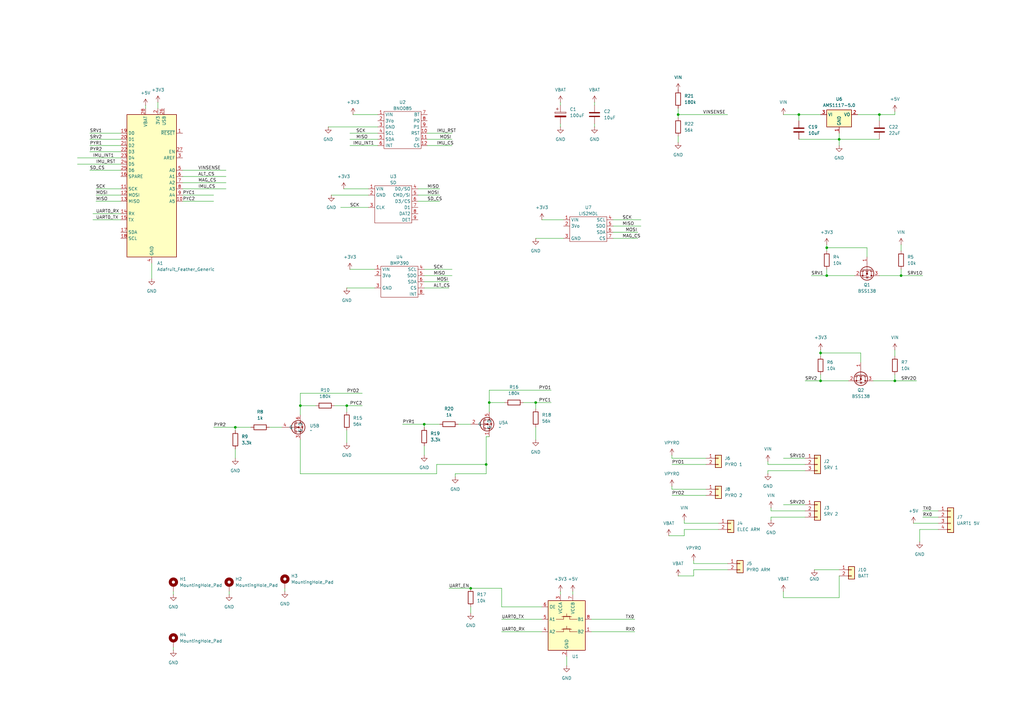
<source format=kicad_sch>
(kicad_sch (version 20250114) (generator "eeschema") (generator_version "9.0")
  (paper "A3")
  (lib_symbols
    (symbol "AdafruitBreakouts:BMP390_Breakout"
      (property "Reference" "U" (at 0 0 0))
      (symbol "BMP390_Breakout_1_1"
        (pin input line (at -10.16 3.81 0) (length 2.54) (name "VIN") (number "1"))
        (pin input line (at -10.16 1.27 0) (length 2.54) (name "3Vo") (number "2"))
        (pin input line (at -10.16 -3.81 0) (length 2.54) (name "GND") (number "3"))
        (pin input line (at 10.16 3.81 180) (length 2.54) (name "SCL") (number "4"))
        (pin input line (at 10.16 1.27 180) (length 2.54) (name "SDO") (number "5"))
        (pin input line (at 10.16 -1.27 180) (length 2.54) (name "SDA") (number "6"))
        (pin input line (at 10.16 -3.81 180) (length 2.54) (name "CS") (number "7"))
        (pin input line (at 10.16 -6.35 180) (length 2.54) (name "INT") (number "8"))
      )
    )
    (symbol "AdafruitBreakouts:BNO085_Breakout"
      (property "Reference" "U" (at 0 0 0))
      (symbol "BNO085_Breakout_1_1"
        (pin input line (at -10.16 5.08 0) (length 2.54) (name "VIN") (number "1"))
        (pin input line (at -10.16 2.54 0) (length 2.54) (name "3Vo") (number "2"))
        (pin input line (at -10.16 0 0) (length 2.54) (name "GND") (number "3"))
        (pin input line (at -10.16 -2.54 0) (length 2.54) (name "SCL") (number "4"))
        (pin input line (at -10.16 -5.08 0) (length 2.54) (name "SDA") (number "5"))
        (pin input line (at -10.16 -7.62 0) (length 2.54) (name "INT") (number "6"))
        (pin input line (at 10.16 5.08 180) (length 2.54) (name "BT") (number "7"))
        (pin input line (at 10.16 2.54 180) (length 2.54) (name "P0") (number "8"))
        (pin input line (at 10.16 0 180) (length 2.54) (name "P1") (number "9"))
        (pin input line (at 10.16 -2.54 180) (length 2.54) (name "RST") (number "10"))
        (pin input line (at 10.16 -5.08 180) (length 2.54) (name "DI") (number "11"))
        (pin input line (at 10.16 -7.62 180) (length 2.54) (name "CS") (number "12"))
      )
    )
    (symbol "AdafruitBreakouts:LIS2MDL_Breakout"
      (property "Reference" "U" (at 0 0 0))
      (symbol "LIS2MDL_Breakout_1_1"
        (pin input line (at -10.16 3.81 0) (length 2.54) (name "VIN") (number "1"))
        (pin input line (at -10.16 1.27 0) (length 2.54) (name "3Vo") (number "2"))
        (pin input line (at -10.16 -3.81 0) (length 2.54) (name "GND") (number "3"))
        (pin input line (at 10.16 3.81 180) (length 2.54) (name "SCL") (number "4"))
        (pin input line (at 10.16 1.27 180) (length 2.54) (name "SDO") (number "5"))
        (pin input line (at 10.16 -1.27 180) (length 2.54) (name "SDA") (number "6"))
        (pin input line (at 10.16 -3.81 180) (length 2.54) (name "CS") (number "7"))
      )
    )
    (symbol "AdafruitBreakouts:SD_Breakout"
      (property "Reference" "U" (at 0 0 0))
      (symbol "SD_Breakout_1_1"
        (pin input line (at -10.16 5.08 0) (length 2.54) (name "VIN") (number "1"))
        (pin input line (at -10.16 2.54 0) (length 2.54) (name "GND") (number "2"))
        (pin input line (at -10.16 -2.54 0) (length 2.54) (name "CLK") (number "3"))
        (pin input line (at 10.16 5.08 180) (length 2.54) (name "D0/SO") (number "4"))
        (pin input line (at 10.16 2.54 180) (length 2.54) (name "CMD/SI") (number "5"))
        (pin input line (at 10.16 0 180) (length 2.54) (name "D3/CS") (number "6"))
        (pin input line (at 10.16 -2.54 180) (length 2.54) (name "D1") (number "7"))
        (pin input line (at 10.16 -5.08 180) (length 2.54) (name "DAT2") (number "8"))
        (pin input line (at 10.16 -7.62 180) (length 2.54) (name "DET") (number "9"))
      )
    )
    (symbol "Connector_Generic:Conn_01x02" (pin_names (offset 1.016) (hide yes))
      (property "Reference" "J" (at 0 2.54 0))
      (property "Value" "Conn_01x02" (at 0 -5.08 0))
      (symbol "Conn_01x02_1_1"
        (pin passive line (at -5.08 0 0) (length 3.81) (name "Pin_1") (number "1"))
        (pin passive line (at -5.08 -2.54 0) (length 3.81) (name "Pin_2") (number "2"))
      )
    )
    (symbol "Connector_Generic:Conn_01x03" (pin_names (offset 1.016) (hide yes))
      (property "Reference" "J" (at 0 5.08 0))
      (property "Value" "Conn_01x03" (at 0 -5.08 0))
      (symbol "Conn_01x03_1_1"
        (pin passive line (at -5.08 2.54 0) (length 3.81) (name "Pin_1") (number "1"))
        (pin passive line (at -5.08 0 0) (length 3.81) (name "Pin_2") (number "2"))
        (pin passive line (at -5.08 -2.54 0) (length 3.81) (name "Pin_3") (number "3"))
      )
    )
    (symbol "Connector_Generic:Conn_01x04" (pin_names (offset 1.016) (hide yes))
      (property "Reference" "J" (at 0 5.08 0))
      (property "Value" "Conn_01x04" (at 0 -7.62 0))
      (symbol "Conn_01x04_1_1"
        (pin passive line (at -5.08 2.54 0) (length 3.81) (name "Pin_1") (number "1"))
        (pin passive line (at -5.08 0 0) (length 3.81) (name "Pin_2") (number "2"))
        (pin passive line (at -5.08 -2.54 0) (length 3.81) (name "Pin_3") (number "3"))
        (pin passive line (at -5.08 -5.08 0) (length 3.81) (name "Pin_4") (number "4"))
      )
    )
    (symbol "Device:C" (pin_numbers (hide yes)) (pin_names (offset 0.254))
      (property "Reference" "C" (at 0.635 2.54 0))
      (property "Value" "C" (at 0.635 -2.54 0))
      (symbol "C_1_1"
        (pin passive line (at 0 3.81 270) (length 2.794) (name "~") (number "1"))
        (pin passive line (at 0 -3.81 90) (length 2.794) (name "~") (number "2"))
      )
    )
    (symbol "Device:C_Polarized" (pin_numbers (hide yes)) (pin_names (offset 0.254))
      (property "Reference" "C" (at 0.635 2.54 0))
      (property "Value" "C_Polarized" (at 0.635 -2.54 0))
      (symbol "C_Polarized_1_1"
        (pin passive line (at 0 3.81 270) (length 2.794) (name "~") (number "1"))
        (pin passive line (at 0 -3.81 90) (length 2.794) (name "~") (number "2"))
      )
    )
    (symbol "Device:R" (pin_numbers (hide yes)) (pin_names (offset 0))
      (property "Reference" "R" (at 2.032 0 90))
      (property "Value" "R" (at 0 0 90))
      (symbol "R_1_1"
        (pin passive line (at 0 3.81 270) (length 1.27) (name "~") (number "1"))
        (pin passive line (at 0 -3.81 90) (length 1.27) (name "~") (number "2"))
      )
    )
    (symbol "FCU2025:SI7232DN"
      (property "Reference" "U" (at -5.334 -2.54 0))
      (symbol "SI7232DN_1_1"
        (pin passive line (at -7.62 0 0) (length 2.54) (name "G") (number "2"))
        (pin passive line (at 0 5.08 270) (length 2.54) (name "D") (number "5"))
        (pin passive line (at 0 -5.08 90) (length 2.54) (name "S") (number "1"))
      )
      (symbol "SI7232DN_2_1"
        (pin passive line (at -7.62 0 0) (length 2.54) (name "G") (number "4"))
        (pin passive line (at 0 5.08 270) (length 2.54) (name "D") (number "6"))
        (pin passive line (at 0 -5.08 90) (length 2.54) (name "S") (number "3"))
      )
    )
    (symbol "Logic_LevelTranslator:TXS0102DCT"
      (property "Reference" "U" (at -6.35 11.43 0))
      (property "Value" "TXS0102DCT" (at 3.81 11.43 0))
      (symbol "TXS0102DCT_1_1"
        (pin input line (at -10.16 7.62 0) (length 2.54) (name "OE") (number "6"))
        (pin bidirectional line (at -10.16 2.54 0) (length 2.54) (name "A1") (number "5"))
        (pin bidirectional line (at -10.16 -2.54 0) (length 2.54) (name "A2") (number "4"))
        (pin power_in line (at -2.54 12.7 270) (length 2.54) (name "VCCA") (number "3"))
        (pin power_in line (at 0 -12.7 90) (length 2.54) (name "GND") (number "2"))
        (pin power_in line (at 2.54 12.7 270) (length 2.54) (name "VCCB") (number "7"))
        (pin bidirectional line (at 10.16 2.54 180) (length 2.54) (name "B1") (number "8"))
        (pin bidirectional line (at 10.16 -2.54 180) (length 2.54) (name "B2") (number "1"))
      )
    )
    (symbol "MCU_Module:Adafruit_Feather_Generic"
      (property "Reference" "A" (at -10.16 29.21 0))
      (property "Value" "Adafruit_Feather_Generic" (at 2.54 -31.75 0))
      (symbol "Adafruit_Feather_Generic_1_1"
        (pin bidirectional line (at -12.7 20.32 0) (length 2.54) (name "D0") (number "19"))
        (pin bidirectional line (at -12.7 17.78 0) (length 2.54) (name "D1") (number "20"))
        (pin bidirectional line (at -12.7 15.24 0) (length 2.54) (name "D2") (number "21"))
        (pin bidirectional line (at -12.7 12.7 0) (length 2.54) (name "D3") (number "22"))
        (pin bidirectional line (at -12.7 10.16 0) (length 2.54) (name "D4") (number "23"))
        (pin bidirectional line (at -12.7 7.62 0) (length 2.54) (name "D5") (number "24"))
        (pin bidirectional line (at -12.7 5.08 0) (length 2.54) (name "D6") (number "25"))
        (pin bidirectional line (at -12.7 2.54 0) (length 2.54) (name "SPARE") (number "16"))
        (pin bidirectional line (at -12.7 -2.54 0) (length 2.54) (name "SCK") (number "11"))
        (pin bidirectional line (at -12.7 -5.08 0) (length 2.54) (name "MOSI") (number "12"))
        (pin bidirectional line (at -12.7 -7.62 0) (length 2.54) (name "MISO") (number "13"))
        (pin bidirectional line (at -12.7 -12.7 0) (length 2.54) (name "RX") (number "14"))
        (pin bidirectional line (at -12.7 -15.24 0) (length 2.54) (name "TX") (number "15"))
        (pin bidirectional line (at -12.7 -20.32 0) (length 2.54) (name "SDA") (number "17"))
        (pin bidirectional line (at -12.7 -22.86 0) (length 2.54) (name "SCL") (number "18"))
        (pin power_in line (at -2.54 30.48 270) (length 2.54) (name "VBAT") (number "28"))
        (pin power_in line (at 0 -33.02 90) (length 2.54) (name "GND") (number "4"))
        (pin power_in line (at 2.54 30.48 270) (length 2.54) (name "3V3") (number "2"))
        (pin power_in line (at 5.08 30.48 270) (length 2.54) (name "USB") (number "26"))
        (pin input line (at 12.7 20.32 180) (length 2.54) (name "~{RESET}") (number "1"))
        (pin input line (at 12.7 12.7 180) (length 2.54) (name "EN") (number "27"))
        (pin input line (at 12.7 10.16 180) (length 2.54) (name "AREF") (number "3"))
        (pin bidirectional line (at 12.7 5.08 180) (length 2.54) (name "A0") (number "5"))
        (pin bidirectional line (at 12.7 2.54 180) (length 2.54) (name "A1") (number "6"))
        (pin bidirectional line (at 12.7 0 180) (length 2.54) (name "A2") (number "7"))
        (pin bidirectional line (at 12.7 -2.54 180) (length 2.54) (name "A3") (number "8"))
        (pin bidirectional line (at 12.7 -5.08 180) (length 2.54) (name "A4") (number "9"))
        (pin bidirectional line (at 12.7 -7.62 180) (length 2.54) (name "A5") (number "10"))
      )
    )
    (symbol "Mechanical:MountingHole_Pad" (pin_numbers (hide yes)) (pin_names (offset 1.016) (hide yes)) (exclude_from_sim yes) (in_bom no)
      (property "Reference" "H" (at 0 6.35 0))
      (property "Value" "MountingHole_Pad" (at 0 4.445 0))
      (symbol "MountingHole_Pad_1_1"
        (pin input line (at 0 -2.54 90) (length 2.54) (name "1") (number "1"))
      )
    )
    (symbol "Regulator_Linear:AMS1117-5.0"
      (property "Reference" "U" (at -3.81 3.175 0))
      (property "Value" "AMS1117-5.0" (at 0 3.175 0))
      (symbol "AMS1117-5.0_1_1"
        (pin power_in line (at -7.62 0 0) (length 2.54) (name "VI") (number "3"))
        (pin power_in line (at 0 -7.62 90) (length 2.54) (name "GND") (number "1"))
        (pin power_out line (at 7.62 0 180) (length 2.54) (name "VO") (number "2"))
      )
    )
    (symbol "Transistor_FET:BSS138" (pin_names (hide yes))
      (property "Reference" "Q" (at 5.08 1.905 0))
      (property "Value" "BSS138" (at 5.08 0 0))
      (symbol "BSS138_1_1"
        (pin input line (at -5.08 0 0) (length 2.54) (name "G") (number "1"))
        (pin passive line (at 2.54 5.08 270) (length 2.54) (name "D") (number "3"))
        (pin passive line (at 2.54 -5.08 90) (length 2.54) (name "S") (number "2"))
      )
    )
    (symbol "power:+3V3" (power) (pin_numbers (hide yes)) (pin_names (offset 0) (hide yes))
      (property "Value" "+3V3" (at 0 3.556 0))
      (symbol "+3V3_1_1"
        (pin power_in line (at 0 0 90) (length 0) (name "~") (number "1"))
      )
    )
    (symbol "power:+5V" (power) (pin_numbers (hide yes)) (pin_names (offset 0) (hide yes))
      (property "Value" "+5V" (at 0 3.556 0))
      (symbol "+5V_1_1"
        (pin power_in line (at 0 0 90) (length 0) (name "~") (number "1"))
      )
    )
    (symbol "power:GND" (power) (pin_numbers (hide yes)) (pin_names (offset 0) (hide yes))
      (property "Value" "GND" (at 0 -3.81 0))
      (symbol "GND_1_1"
        (pin power_in line (at 0 0 270) (length 0) (name "~") (number "1"))
      )
    )
    (symbol "power:VCC" (power) (pin_numbers (hide yes)) (pin_names (offset 0) (hide yes))
      (property "Value" "VCC" (at 0 3.556 0))
      (symbol "VCC_1_1"
        (pin power_in line (at 0 0 90) (length 0) (name "~") (number "1"))
      )
    )
  )
  (junction (at 200.66 165.1))
  (junction (at 123.19 166.37))
  (junction (at 339.09 113.03))
  (junction (at 96.52 175.26))
  (junction (at 278.13 46.99))
  (junction (at 142.24 166.37))
  (junction (at 369.57 113.03))
  (junction (at 173.99 173.99))
  (junction (at 193.04 241.3))
  (junction (at 344.17 57.15))
  (junction (at 336.55 144.78))
  (junction (at 219.71 165.1))
  (junction (at 327.66 46.99))
  (junction (at 360.68 46.99))
  (junction (at 199.39 190.5))
  (junction (at 339.09 101.6))
  (junction (at 367.03 156.21))
  (junction (at 336.55 156.21))
  (wire (pts (xy 173.99 118.11) (xy 184.15 118.11)))
  (wire (pts (xy 316.23 209.55) (xy 316.23 208.28)))
  (wire (pts (xy 71.12 242.57) (xy 71.12 243.84)))
  (wire (pts (xy 142.24 166.37) (xy 148.59 166.37)))
  (wire (pts (xy 140.97 77.47) (xy 151.13 77.47)))
  (wire (pts (xy 199.39 190.5) (xy 199.39 179.07)))
  (wire (pts (xy 59.69 43.18) (xy 59.69 44.45)))
  (wire (pts (xy 96.52 184.15) (xy 96.52 187.96)))
  (wire (pts (xy 274.32 219.71) (xy 280.67 219.71)))
  (wire (pts (xy 36.83 57.15) (xy 49.53 57.15)))
  (wire (pts (xy 123.19 194.31) (xy 179.07 194.31)))
  (wire (pts (xy 199.39 190.5) (xy 199.39 194.31)))
  (wire (pts (xy 184.15 241.3) (xy 193.04 241.3)))
  (wire (pts (xy 36.83 69.85) (xy 49.53 69.85)))
  (wire (pts (xy 142.24 118.11) (xy 153.67 118.11)))
  (wire (pts (xy 137.16 166.37) (xy 142.24 166.37)))
  (wire (pts (xy 369.57 113.03) (xy 378.46 113.03)))
  (wire (pts (xy 358.14 156.21) (xy 367.03 156.21)))
  (wire (pts (xy 330.2 209.55) (xy 316.23 209.55)))
  (wire (pts (xy 123.19 170.18) (xy 123.19 166.37)))
  (wire (pts (xy 175.26 57.15) (xy 185.42 57.15)))
  (wire (pts (xy 336.55 156.21) (xy 347.98 156.21)))
  (wire (pts (xy 175.26 59.69) (xy 185.42 59.69)))
  (wire (pts (xy 367.03 45.72) (xy 367.03 46.99)))
  (wire (pts (xy 110.49 175.26) (xy 115.57 175.26)))
  (wire (pts (xy 143.51 54.61) (xy 154.94 54.61)))
  (wire (pts (xy 367.03 153.67) (xy 367.03 156.21)))
  (wire (pts (xy 298.45 233.68) (xy 284.48 233.68)))
  (wire (pts (xy 219.71 175.26) (xy 219.71 180.34)))
  (wire (pts (xy 294.64 214.63) (xy 280.67 214.63)))
  (wire (pts (xy 39.37 82.55) (xy 49.53 82.55)))
  (wire (pts (xy 93.98 242.57) (xy 93.98 243.84)))
  (wire (pts (xy 332.74 113.03) (xy 339.09 113.03)))
  (wire (pts (xy 336.55 143.51) (xy 336.55 144.78)))
  (wire (pts (xy 36.83 62.23) (xy 49.53 62.23)))
  (wire (pts (xy 353.06 144.78) (xy 353.06 148.59)))
  (wire (pts (xy 327.66 57.15) (xy 344.17 57.15)))
  (wire (pts (xy 360.68 113.03) (xy 369.57 113.03)))
  (wire (pts (xy 344.17 57.15) (xy 360.68 57.15)))
  (wire (pts (xy 321.31 187.96) (xy 330.2 187.96)))
  (wire (pts (xy 367.03 156.21) (xy 375.92 156.21)))
  (wire (pts (xy 165.1 173.99) (xy 173.99 173.99)))
  (wire (pts (xy 229.87 41.91) (xy 229.87 43.18)))
  (wire (pts (xy 284.48 233.68) (xy 284.48 236.22)))
  (wire (pts (xy 251.46 97.79) (xy 261.62 97.79)))
  (wire (pts (xy 330.2 156.21) (xy 336.55 156.21)))
  (wire (pts (xy 314.96 193.04) (xy 330.2 193.04)))
  (wire (pts (xy 31.75 64.77) (xy 49.53 64.77)))
  (wire (pts (xy 251.46 90.17) (xy 262.89 90.17)))
  (wire (pts (xy 39.37 80.01) (xy 49.53 80.01)))
  (wire (pts (xy 275.59 199.39) (xy 275.59 200.66)))
  (wire (pts (xy 344.17 54.61) (xy 344.17 57.15)))
  (wire (pts (xy 336.55 144.78) (xy 336.55 146.05)))
  (wire (pts (xy 214.63 165.1) (xy 219.71 165.1)))
  (wire (pts (xy 173.99 173.99) (xy 180.34 173.99)))
  (wire (pts (xy 243.84 50.8) (xy 243.84 52.07)))
  (wire (pts (xy 200.66 160.02) (xy 226.06 160.02)))
  (wire (pts (xy 294.64 217.17) (xy 280.67 217.17)))
  (wire (pts (xy 232.41 269.24) (xy 232.41 273.05)))
  (wire (pts (xy 374.65 214.63) (xy 384.81 214.63)))
  (wire (pts (xy 74.93 77.47) (xy 92.71 77.47)))
  (wire (pts (xy 360.68 46.99) (xy 351.79 46.99)))
  (wire (pts (xy 205.74 248.92) (xy 205.74 241.3)))
  (wire (pts (xy 143.51 110.49) (xy 153.67 110.49)))
  (wire (pts (xy 284.48 229.87) (xy 284.48 231.14)))
  (wire (pts (xy 123.19 161.29) (xy 148.59 161.29)))
  (wire (pts (xy 377.19 217.17) (xy 377.19 222.25)))
  (wire (pts (xy 74.93 69.85) (xy 92.71 69.85)))
  (wire (pts (xy 355.6 101.6) (xy 355.6 105.41)))
  (wire (pts (xy 314.96 193.04) (xy 314.96 194.31)))
  (wire (pts (xy 316.23 212.09) (xy 316.23 213.36)))
  (wire (pts (xy 143.51 57.15) (xy 154.94 57.15)))
  (wire (pts (xy 171.45 77.47) (xy 180.34 77.47)))
  (wire (pts (xy 175.26 54.61) (xy 185.42 54.61)))
  (wire (pts (xy 327.66 46.99) (xy 321.31 46.99)))
  (wire (pts (xy 367.03 143.51) (xy 367.03 146.05)))
  (wire (pts (xy 339.09 110.49) (xy 339.09 113.03)))
  (wire (pts (xy 339.09 101.6) (xy 339.09 102.87)))
  (wire (pts (xy 278.13 46.99) (xy 298.45 46.99)))
  (wire (pts (xy 142.24 176.53) (xy 142.24 181.61)))
  (wire (pts (xy 186.69 194.31) (xy 199.39 194.31)))
  (wire (pts (xy 367.03 46.99) (xy 360.68 46.99)))
  (wire (pts (xy 200.66 165.1) (xy 200.66 168.91)))
  (wire (pts (xy 344.17 236.22) (xy 344.17 245.11)))
  (wire (pts (xy 31.75 67.31) (xy 49.53 67.31)))
  (wire (pts (xy 123.19 166.37) (xy 129.54 166.37)))
  (wire (pts (xy 173.99 115.57) (xy 184.15 115.57)))
  (wire (pts (xy 234.95 242.57) (xy 234.95 243.84)))
  (wire (pts (xy 321.31 245.11) (xy 344.17 245.11)))
  (wire (pts (xy 74.93 82.55) (xy 87.63 82.55)))
  (wire (pts (xy 321.31 242.57) (xy 321.31 245.11)))
  (wire (pts (xy 207.01 165.1) (xy 200.66 165.1)))
  (wire (pts (xy 339.09 100.33) (xy 339.09 101.6)))
  (wire (pts (xy 314.96 190.5) (xy 330.2 190.5)))
  (wire (pts (xy 173.99 110.49) (xy 185.42 110.49)))
  (wire (pts (xy 242.57 254) (xy 260.35 254)))
  (wire (pts (xy 327.66 46.99) (xy 327.66 49.53)))
  (wire (pts (xy 87.63 175.26) (xy 96.52 175.26)))
  (wire (pts (xy 243.84 41.91) (xy 243.84 43.18)))
  (wire (pts (xy 200.66 160.02) (xy 200.66 165.1)))
  (wire (pts (xy 339.09 101.6) (xy 355.6 101.6)))
  (wire (pts (xy 369.57 100.33) (xy 369.57 102.87)))
  (wire (pts (xy 116.84 241.3) (xy 116.84 242.57)))
  (wire (pts (xy 74.93 72.39) (xy 92.71 72.39)))
  (wire (pts (xy 205.74 259.08) (xy 222.25 259.08)))
  (wire (pts (xy 298.45 231.14) (xy 284.48 231.14)))
  (wire (pts (xy 251.46 95.25) (xy 261.62 95.25)))
  (wire (pts (xy 38.1 87.63) (xy 49.53 87.63)))
  (wire (pts (xy 219.71 97.79) (xy 231.14 97.79)))
  (wire (pts (xy 222.25 90.17) (xy 231.14 90.17)))
  (wire (pts (xy 275.59 203.2) (xy 289.56 203.2)))
  (wire (pts (xy 280.67 217.17) (xy 280.67 219.71)))
  (wire (pts (xy 316.23 212.09) (xy 330.2 212.09)))
  (wire (pts (xy 171.45 82.55) (xy 180.34 82.55)))
  (wire (pts (xy 186.69 194.31) (xy 186.69 195.58)))
  (wire (pts (xy 96.52 175.26) (xy 102.87 175.26)))
  (wire (pts (xy 199.39 179.07) (xy 200.66 179.07)))
  (wire (pts (xy 39.37 77.47) (xy 49.53 77.47)))
  (wire (pts (xy 36.83 59.69) (xy 49.53 59.69)))
  (wire (pts (xy 280.67 213.36) (xy 280.67 214.63)))
  (wire (pts (xy 219.71 165.1) (xy 226.06 165.1)))
  (wire (pts (xy 96.52 175.26) (xy 96.52 176.53)))
  (wire (pts (xy 336.55 144.78) (xy 353.06 144.78)))
  (wire (pts (xy 179.07 194.31) (xy 179.07 190.5)))
  (wire (pts (xy 369.57 110.49) (xy 369.57 113.03)))
  (wire (pts (xy 143.51 59.69) (xy 154.94 59.69)))
  (wire (pts (xy 173.99 173.99) (xy 173.99 175.26)))
  (wire (pts (xy 321.31 207.01) (xy 330.2 207.01)))
  (wire (pts (xy 229.87 50.8) (xy 229.87 52.07)))
  (wire (pts (xy 64.77 41.91) (xy 64.77 44.45)))
  (wire (pts (xy 205.74 254) (xy 222.25 254)))
  (wire (pts (xy 62.23 107.95) (xy 62.23 114.3)))
  (wire (pts (xy 275.59 186.69) (xy 275.59 187.96)))
  (wire (pts (xy 74.93 74.93) (xy 92.71 74.93)))
  (wire (pts (xy 314.96 189.23) (xy 314.96 190.5)))
  (wire (pts (xy 336.55 153.67) (xy 336.55 156.21)))
  (wire (pts (xy 219.71 165.1) (xy 219.71 167.64)))
  (wire (pts (xy 360.68 46.99) (xy 360.68 49.53)))
  (wire (pts (xy 334.01 233.68) (xy 344.17 233.68)))
  (wire (pts (xy 193.04 248.92) (xy 193.04 251.46)))
  (wire (pts (xy 278.13 58.42) (xy 278.13 55.88)))
  (wire (pts (xy 139.7 85.09) (xy 151.13 85.09)))
  (wire (pts (xy 187.96 173.99) (xy 193.04 173.99)))
  (wire (pts (xy 229.87 242.57) (xy 229.87 243.84)))
  (wire (pts (xy 242.57 259.08) (xy 260.35 259.08)))
  (wire (pts (xy 123.19 166.37) (xy 123.19 161.29)))
  (wire (pts (xy 344.17 59.69) (xy 344.17 57.15)))
  (wire (pts (xy 71.12 265.43) (xy 71.12 266.7)))
  (wire (pts (xy 38.1 90.17) (xy 49.53 90.17)))
  (wire (pts (xy 378.46 212.09) (xy 384.81 212.09)))
  (wire (pts (xy 171.45 80.01) (xy 180.34 80.01)))
  (wire (pts (xy 378.46 209.55) (xy 384.81 209.55)))
  (wire (pts (xy 251.46 92.71) (xy 262.89 92.71)))
  (wire (pts (xy 74.93 80.01) (xy 87.63 80.01)))
  (wire (pts (xy 278.13 236.22) (xy 284.48 236.22)))
  (wire (pts (xy 222.25 248.92) (xy 205.74 248.92)))
  (wire (pts (xy 173.99 182.88) (xy 173.99 186.69)))
  (wire (pts (xy 144.78 46.99) (xy 154.94 46.99)))
  (wire (pts (xy 193.04 241.3) (xy 205.74 241.3)))
  (wire (pts (xy 123.19 180.34) (xy 123.19 194.31)))
  (wire (pts (xy 134.62 52.07) (xy 154.94 52.07)))
  (wire (pts (xy 36.83 54.61) (xy 49.53 54.61)))
  (wire (pts (xy 135.89 80.01) (xy 151.13 80.01)))
  (wire (pts (xy 289.56 187.96) (xy 275.59 187.96)))
  (wire (pts (xy 339.09 113.03) (xy 350.52 113.03)))
  (wire (pts (xy 336.55 46.99) (xy 327.66 46.99)))
  (wire (pts (xy 173.99 113.03) (xy 185.42 113.03)))
  (wire (pts (xy 289.56 200.66) (xy 275.59 200.66)))
  (wire (pts (xy 275.59 190.5) (xy 289.56 190.5)))
  (wire (pts (xy 179.07 190.5) (xy 199.39 190.5)))
  (wire (pts (xy 278.13 44.45) (xy 278.13 46.99)))
  (wire (pts (xy 278.13 46.99) (xy 278.13 48.26)))
  (wire (pts (xy 142.24 166.37) (xy 142.24 168.91)))
  (wire (pts (xy 377.19 217.17) (xy 384.81 217.17)))
  (label "SRV1O" (at 372.11 113.03 0))
  (label "RX0" (at 256.54 259.08 0))
  (label "IMU_CS" (at 81.28 77.47 0))
  (label "PYC1" (at 220.98 165.1 0))
  (label "MAG_CS" (at 81.28 74.93 0))
  (label "SRV1" (at 332.74 113.03 0))
  (label "MISO" (at 175.26 77.47 0))
  (label "SRV1O" (at 323.85 187.96 0))
  (label "PYC2" (at 74.93 82.55 0))
  (label "PYO1" (at 275.59 190.5 0))
  (label "PYO2" (at 142.24 161.29 0))
  (label "ALT_CS" (at 177.8 118.11 0))
  (label "SD_CS" (at 36.83 69.85 0))
  (label "PYR2" (at 36.83 62.23 0))
  (label "MOSI" (at 256.54 95.25 0))
  (label "TX0" (at 378.46 209.55 0))
  (label "MAG_CS" (at 255.27 97.79 0))
  (label "IMU_RST" (at 39.37 67.31 0))
  (label "UART_EN" (at 184.15 241.3 0))
  (label "UART0_RX" (at 205.74 259.08 0))
  (label "MISO" (at 146.05 57.15 0))
  (label "SCK" (at 177.8 110.49 0))
  (label "SRV2" (at 330.2 156.21 0))
  (label "RX0" (at 378.46 212.09 0))
  (label "PYR1" (at 36.83 59.69 0))
  (label "SCK" (at 39.37 77.47 0))
  (label "IMU_CS" (at 179.07 59.69 0))
  (label "MOSI" (at 179.07 115.57 0))
  (label "PYO2" (at 275.59 203.2 0))
  (label "TX0" (at 256.54 254 0))
  (label "IMU_INT1" (at 38.1 64.77 0))
  (label "PYC2" (at 143.51 166.37 0))
  (label "PYR1" (at 165.1 173.99 0))
  (label "PYC1" (at 74.93 80.01 0))
  (label "VINSENSE" (at 288.29 46.99 0))
  (label "PYO1" (at 220.98 160.02 0))
  (label "SRV2" (at 36.83 57.15 0))
  (label "SCK" (at 255.27 90.17 0))
  (label "IMU_INT1" (at 144.78 59.69 0))
  (label "UART0_RX" (at 39.37 87.63 0))
  (label "SRV2O" (at 369.57 156.21 0))
  (label "UART0_TX" (at 39.37 90.17 0))
  (label "SCK" (at 146.05 54.61 0))
  (label "SD_CS" (at 175.26 82.55 0))
  (label "VINSENSE" (at 81.28 69.85 0))
  (label "SCK" (at 143.51 85.09 0))
  (label "SRV1" (at 36.83 54.61 0))
  (label "ALT_CS" (at 81.28 72.39 0))
  (label "SRV2O" (at 323.85 207.01 0))
  (label "PYR2" (at 87.63 175.26 0))
  (label "MISO" (at 39.37 82.55 0))
  (label "MOSI" (at 175.26 80.01 0))
  (label "MISO" (at 177.8 113.03 0))
  (label "MOSI" (at 39.37 80.01 0))
  (label "IMU_RST" (at 179.07 54.61 0))
  (label "MISO" (at 255.27 92.71 0))
  (label "MOSI" (at 180.34 57.15 0))
  (label "UART0_TX" (at 205.74 254 0))
  (symbol (lib_id "power:GND") (at 116.84 242.57 0) (unit 1)
    (property "Reference" "#PWR027" (effects (hide yes)))
    (property "Value" "GND" (at 116.84 247.65 0))
    (property "Description" "Power symbol creates a global label with name \"GND\" , ground" (effects (hide yes)))
  )
  (symbol (lib_id "power:GND") (at 135.89 80.01 0) (unit 1)
    (property "Reference" "#PWR034" (effects (hide yes)))
    (property "Value" "GND" (at 135.89 85.09 0))
    (property "Description" "Power symbol creates a global label with name \"GND\" , ground" (effects (hide yes)))
  )
  (symbol (lib_id "Device:R") (at 336.55 149.86 180) (unit 1)
    (property "Reference" "R6" (at 339.09 148.5899 0) (effects (justify right)))
    (property "Value" "10k" (at 339.09 151.1299 0) (effects (justify right)))
    (property "Footprint" "Resistor_SMD:R_0402_1005Metric" (effects (hide yes)))
    (property "Description" "Resistor" (effects (hide yes)))
  )
  (symbol (lib_id "FCU2025:SI7232DN") (at 123.19 175.26 0) (unit 2)
    (property "Reference" "U5" (at 127 174.6249 0) (effects (justify left)))
    (property "Value" "~" (at 127 176.53 0) (effects (justify left)))
    (property "Footprint" "FCU2025Lib:SQJ500AEP-T1_GE3_VIS" (effects (hide yes)))
  )
  (symbol (lib_id "power:+3V3") (at 336.55 143.51 0) (unit 1)
    (property "Reference" "#PWR01" (effects (hide yes)))
    (property "Value" "+3V3" (at 336.55 138.43 0))
    (property "Description" "Power symbol creates a global label with name \"+3V3\"" (effects (hide yes)))
  )
  (symbol (lib_id "power:VCC") (at 275.59 199.39 0) (unit 1)
    (property "Reference" "#PWR08" (effects (hide yes)))
    (property "Value" "VPYRO" (at 275.59 194.31 0))
    (property "Description" "Power symbol creates a global label with name \"VCC\"" (effects (hide yes)))
  )
  (symbol (lib_id "power:GND") (at 186.69 195.58 0) (unit 1)
    (property "Reference" "#PWR03" (effects (hide yes)))
    (property "Value" "GND" (at 186.69 200.66 0))
    (property "Description" "Power symbol creates a global label with name \"GND\" , ground" (effects (hide yes)))
  )
  (symbol (lib_id "Device:R") (at 173.99 179.07 0) (unit 1)
    (property "Reference" "R19" (at 176.53 177.7999 0) (effects (justify left)))
    (property "Value" "3.3k" (at 176.53 180.3399 0) (effects (justify left)))
    (property "Footprint" "Resistor_SMD:R_0402_1005Metric" (effects (hide yes)))
    (property "Description" "Resistor" (effects (hide yes)))
  )
  (symbol (lib_id "Mechanical:MountingHole_Pad") (at 71.12 240.03 0) (unit 1) (exclude_from_sim yes) (in_bom no)
    (property "Reference" "H1" (at 73.66 237.4899 0) (effects (justify left)))
    (property "Value" "MountingHole_Pad" (at 73.66 240.0299 0) (effects (justify left)))
    (property "Footprint" "MountingHole:MountingHole_4.3mm_M4_DIN965_Pad_TopBottom" (effects (hide yes)))
    (property "Description" "Mounting Hole with connection" (effects (hide yes)))
  )
  (symbol (lib_id "Regulator_Linear:AMS1117-5.0") (at 344.17 46.99 0) (unit 1)
    (property "Reference" "U6" (at 344.17 40.64 0))
    (property "Value" "AMS1117-5.0" (at 344.17 43.18 0))
    (property "Footprint" "Package_TO_SOT_SMD:SOT-223-3_TabPin2" (effects (hide yes)))
    (property "Datasheet" "http://www.advanced-monolithic.com/pdf/ds1117.pdf" (effects (hide yes)))
    (property "Description" "1A Low Dropout regulator, positive, 5.0V fixed output, SOT-223" (effects (hide yes)))
  )
  (symbol (lib_id "power:+3V3") (at 229.87 242.57 0) (unit 1)
    (property "Reference" "#PWR049" (effects (hide yes)))
    (property "Value" "+3V3" (at 229.87 237.49 0))
    (property "Description" "Power symbol creates a global label with name \"+3V3\"" (effects (hide yes)))
  )
  (symbol (lib_id "power:VCC") (at 229.87 41.91 0) (unit 1)
    (property "Reference" "#PWR058" (effects (hide yes)))
    (property "Value" "VBAT" (at 229.87 36.83 0))
    (property "Description" "Power symbol creates a global label with name \"VCC\"" (effects (hide yes)))
  )
  (symbol (lib_id "power:GND") (at 193.04 251.46 0) (unit 1)
    (property "Reference" "#PWR048" (effects (hide yes)))
    (property "Value" "GND" (at 193.04 256.54 0))
    (property "Description" "Power symbol creates a global label with name \"GND\" , ground" (effects (hide yes)))
  )
  (symbol (lib_id "power:GND") (at 278.13 58.42 0) (unit 1)
    (property "Reference" "#PWR055" (effects (hide yes)))
    (property "Value" "GND" (at 278.13 63.5 0))
    (property "Description" "Power symbol creates a global label with name \"GND\" , ground" (effects (hide yes)))
  )
  (symbol (lib_id "power:+3V3") (at 143.51 110.49 0) (unit 1)
    (property "Reference" "#PWR035" (effects (hide yes)))
    (property "Value" "+3V3" (at 143.51 105.41 0))
    (property "Description" "Power symbol creates a global label with name \"+3V3\"" (effects (hide yes)))
  )
  (symbol (lib_id "power:GND") (at 142.24 118.11 0) (unit 1)
    (property "Reference" "#PWR036" (effects (hide yes)))
    (property "Value" "GND" (at 142.24 123.19 0))
    (property "Description" "Power symbol creates a global label with name \"GND\" , ground" (effects (hide yes)))
  )
  (symbol (lib_id "power:GND") (at 173.99 186.69 0) (unit 1)
    (property "Reference" "#PWR044" (effects (hide yes)))
    (property "Value" "GND" (at 173.99 191.77 0))
    (property "Description" "Power symbol creates a global label with name \"GND\" , ground" (effects (hide yes)))
  )
  (symbol (lib_id "power:GND") (at 62.23 114.3 0) (unit 1)
    (property "Reference" "#PWR028" (effects (hide yes)))
    (property "Value" "GND" (at 62.23 119.38 0))
    (property "Description" "Power symbol creates a global label with name \"GND\" , ground" (effects (hide yes)))
  )
  (symbol (lib_id "power:GND") (at 316.23 213.36 0) (unit 1)
    (property "Reference" "#PWR022" (effects (hide yes)))
    (property "Value" "GND" (at 316.23 218.44 0))
    (property "Description" "Power symbol creates a global label with name \"GND\" , ground" (effects (hide yes)))
  )
  (symbol (lib_id "power:+5V") (at 369.57 100.33 0) (unit 1)
    (property "Reference" "#PWR016" (effects (hide yes)))
    (property "Value" "VIN" (at 369.57 95.25 0))
    (property "Description" "Power symbol creates a global label with name \"+5V\"" (effects (hide yes)))
  )
  (symbol (lib_id "power:GND") (at 334.01 233.68 0) (unit 1)
    (property "Reference" "#PWR053" (effects (hide yes)))
    (property "Value" "GND" (at 334.01 237.49 0))
    (property "Description" "Power symbol creates a global label with name \"GND\" , ground" (effects (hide yes)))
  )
  (symbol (lib_id "Connector_Generic:Conn_01x03") (at 335.28 190.5 0) (unit 1)
    (property "Reference" "J2" (at 337.82 189.2299 0) (effects (justify left)))
    (property "Value" "SRV 1" (at 337.82 191.7699 0) (effects (justify left)))
    (property "Footprint" "Connector_JST:JST_XH_B3B-XH-AM_1x03_P2.50mm_Vertical" (effects (hide yes)))
    (property "Description" "Generic connector, single row, 01x03, script generated (kicad-library-utils/schlib/autogen/connector/)" (effects (hide yes)))
  )
  (symbol (lib_id "power:VCC") (at 243.84 41.91 0) (unit 1)
    (property "Reference" "#PWR057" (effects (hide yes)))
    (property "Value" "VBAT" (at 243.84 36.83 0))
    (property "Description" "Power symbol creates a global label with name \"VCC\"" (effects (hide yes)))
  )
  (symbol (lib_id "power:+3V3") (at 144.78 46.99 0) (unit 1)
    (property "Reference" "#PWR030" (effects (hide yes)))
    (property "Value" "+3V3" (at 144.78 41.91 0))
    (property "Description" "Power symbol creates a global label with name \"+3V3\"" (effects (hide yes)))
  )
  (symbol (lib_id "power:GND") (at 93.98 243.84 0) (unit 1)
    (property "Reference" "#PWR025" (effects (hide yes)))
    (property "Value" "GND" (at 93.98 248.92 0))
    (property "Description" "Power symbol creates a global label with name \"GND\" , ground" (effects (hide yes)))
  )
  (symbol (lib_id "power:+3V3") (at 140.97 77.47 0) (unit 1)
    (property "Reference" "#PWR033" (effects (hide yes)))
    (property "Value" "+3V3" (at 140.97 72.39 0))
    (property "Description" "Power symbol creates a global label with name \"+3V3\"" (effects (hide yes)))
  )
  (symbol (lib_id "AdafruitBreakouts:BMP390_Breakout") (at 163.83 114.3 0) (unit 1)
    (property "Reference" "U4" (at 163.83 105.41 0))
    (property "Value" "BMP390" (at 163.83 107.95 0))
    (property "Footprint" "AdafruitBreakouts:BMP390_Breakout_Footprint" (effects (hide yes)))
  )
  (symbol (lib_id "Device:R") (at 278.13 52.07 180) (unit 1)
    (property "Reference" "R22" (at 280.67 50.7999 0) (effects (justify right)))
    (property "Value" "56k" (at 280.67 53.3399 0) (effects (justify right)))
    (property "Footprint" "Resistor_SMD:R_0402_1005Metric" (effects (hide yes)))
    (property "Description" "Resistor" (effects (hide yes)))
  )
  (symbol (lib_id "power:GND") (at 71.12 243.84 0) (unit 1)
    (property "Reference" "#PWR011" (effects (hide yes)))
    (property "Value" "GND" (at 71.12 248.92 0))
    (property "Description" "Power symbol creates a global label with name \"GND\" , ground" (effects (hide yes)))
  )
  (symbol (lib_id "power:VCC") (at 275.59 186.69 0) (unit 1)
    (property "Reference" "#PWR07" (effects (hide yes)))
    (property "Value" "VPYRO" (at 275.59 181.61 0))
    (property "Description" "Power symbol creates a global label with name \"VCC\"" (effects (hide yes)))
  )
  (symbol (lib_id "Device:C_Polarized") (at 229.87 46.99 0) (unit 1)
    (property "Reference" "C1" (at 233.68 44.8309 0) (effects (justify left)))
    (property "Value" "100uF" (at 233.68 47.3709 0) (effects (justify left)))
    (property "Footprint" "Capacitor_THT:CP_Radial_D8.0mm_P5.00mm" (effects (hide yes)))
    (property "Description" "Polarized capacitor" (effects (hide yes)))
  )
  (symbol (lib_id "Device:R") (at 184.15 173.99 270) (unit 1)
    (property "Reference" "R20" (at 184.15 167.64 90))
    (property "Value" "1k" (at 184.15 170.18 90))
    (property "Footprint" "Resistor_SMD:R_0402_1005Metric" (effects (hide yes)))
    (property "Description" "Resistor" (effects (hide yes)))
  )
  (symbol (lib_id "power:VCC") (at 284.48 229.87 0) (unit 1)
    (property "Reference" "#PWR05" (effects (hide yes)))
    (property "Value" "VPYRO" (at 284.48 224.79 0))
    (property "Description" "Power symbol creates a global label with name \"VCC\"" (effects (hide yes)))
  )
  (symbol (lib_id "FCU2025:SI7232DN") (at 200.66 173.99 0) (unit 1)
    (property "Reference" "U5" (at 204.47 173.3549 0) (effects (justify left)))
    (property "Value" "~" (at 204.47 175.26 0) (effects (justify left)))
    (property "Footprint" "FCU2025Lib:SQJ500AEP-T1_GE3_VIS" (effects (hide yes)))
  )
  (symbol (lib_id "power:VCC") (at 274.32 219.71 0) (unit 1)
    (property "Reference" "#PWR054" (effects (hide yes)))
    (property "Value" "VBAT" (at 274.32 214.63 0))
    (property "Description" "Power symbol creates a global label with name \"VCC\"" (effects (hide yes)))
  )
  (symbol (lib_id "power:GND") (at 219.71 97.79 0) (unit 1)
    (property "Reference" "#PWR038" (effects (hide yes)))
    (property "Value" "GND" (at 219.71 102.87 0))
    (property "Description" "Power symbol creates a global label with name \"GND\" , ground" (effects (hide yes)))
  )
  (symbol (lib_id "Device:R") (at 133.35 166.37 90) (unit 1)
    (property "Reference" "R10" (at 133.35 160.02 90))
    (property "Value" "180k" (at 133.35 162.56 90))
    (property "Footprint" "Resistor_SMD:R_0402_1005Metric" (effects (hide yes)))
    (property "Description" "Resistor" (effects (hide yes)))
  )
  (symbol (lib_id "Connector_Generic:Conn_01x02") (at 294.64 200.66 0) (unit 1)
    (property "Reference" "J8" (at 297.18 200.6599 0) (effects (justify left)))
    (property "Value" "PYRO 2" (at 297.18 203.1999 0) (effects (justify left)))
    (property "Footprint" "Connector_JST:JST_XH_B2B-XH-AM_1x02_P2.50mm_Vertical" (effects (hide yes)))
    (property "Description" "Generic connector, single row, 01x02, script generated (kicad-library-utils/schlib/autogen/connector/)" (effects (hide yes)))
  )
  (symbol (lib_id "power:GND") (at 219.71 180.34 0) (unit 1)
    (property "Reference" "#PWR039" (effects (hide yes)))
    (property "Value" "GND" (at 219.71 185.42 0))
    (property "Description" "Power symbol creates a global label with name \"GND\" , ground" (effects (hide yes)))
  )
  (symbol (lib_id "power:VCC") (at 316.23 208.28 0) (unit 1)
    (property "Reference" "#PWR09" (effects (hide yes)))
    (property "Value" "VIN" (at 316.23 203.2 0))
    (property "Description" "Power symbol creates a global label with name \"VCC\"" (effects (hide yes)))
  )
  (symbol (lib_id "power:GND") (at 229.87 52.07 0) (unit 1)
    (property "Reference" "#PWR019" (effects (hide yes)))
    (property "Value" "GND" (at 229.87 57.15 0))
    (property "Description" "Power symbol creates a global label with name \"GND\" , ground" (effects (hide yes)))
  )
  (symbol (lib_id "Connector_Generic:Conn_01x02") (at 349.25 233.68 0) (unit 1)
    (property "Reference" "J10" (at 351.79 233.6799 0) (effects (justify left)))
    (property "Value" "BATT" (at 351.79 236.2199 0) (effects (justify left)))
    (property "Footprint" "Connector_AMASS:AMASS_XT30U-F_1x02_P5.0mm_Vertical" (effects (hide yes)))
    (property "Description" "Generic connector, single row, 01x02, script generated (kicad-library-utils/schlib/autogen/connector/)" (effects (hide yes)))
  )
  (symbol (lib_id "Device:R") (at 193.04 245.11 180) (unit 1)
    (property "Reference" "R17" (at 195.58 243.8399 0) (effects (justify right)))
    (property "Value" "10k" (at 195.58 246.3799 0) (effects (justify right)))
    (property "Footprint" "Resistor_SMD:R_0402_1005Metric" (effects (hide yes)))
    (property "Description" "Resistor" (effects (hide yes)))
  )
  (symbol (lib_id "power:GND") (at 71.12 266.7 0) (unit 1)
    (property "Reference" "#PWR024" (effects (hide yes)))
    (property "Value" "GND" (at 71.12 271.78 0))
    (property "Description" "Power symbol creates a global label with name \"GND\" , ground" (effects (hide yes)))
  )
  (symbol (lib_id "Connector_Generic:Conn_01x02") (at 299.72 214.63 0) (unit 1)
    (property "Reference" "J4" (at 302.26 214.6299 0) (effects (justify left)))
    (property "Value" "ELEC ARM" (at 302.26 217.1699 0) (effects (justify left)))
    (property "Footprint" "Connector_JST:JST_XH_B2B-XH-AM_1x02_P2.50mm_Vertical" (effects (hide yes)))
    (property "Description" "Generic connector, single row, 01x02, script generated (kicad-library-utils/schlib/autogen/connector/)" (effects (hide yes)))
  )
  (symbol (lib_id "Device:C") (at 360.68 53.34 0) (unit 1)
    (property "Reference" "C22" (at 364.49 52.0699 0) (effects (justify left)))
    (property "Value" "22uF" (at 364.49 54.6099 0) (effects (justify left)))
    (property "Footprint" "Capacitor_SMD:C_0402_1005Metric" (effects (hide yes)))
    (property "Description" "Unpolarized capacitor" (effects (hide yes)))
  )
  (symbol (lib_id "Connector_Generic:Conn_01x02") (at 294.64 187.96 0) (unit 1)
    (property "Reference" "J6" (at 297.18 187.9599 0) (effects (justify left)))
    (property "Value" "PYRO 1" (at 297.18 190.4999 0) (effects (justify left)))
    (property "Footprint" "Connector_JST:JST_XH_B2B-XH-AM_1x02_P2.50mm_Vertical" (effects (hide yes)))
    (property "Description" "Generic connector, single row, 01x02, script generated (kicad-library-utils/schlib/autogen/connector/)" (effects (hide yes)))
  )
  (symbol (lib_id "power:GND") (at 344.17 59.69 0) (unit 1)
    (property "Reference" "#PWR014" (effects (hide yes)))
    (property "Value" "GND" (at 344.17 64.77 0))
    (property "Description" "Power symbol creates a global label with name \"GND\" , ground" (effects (hide yes)))
  )
  (symbol (lib_id "power:+5V") (at 278.13 36.83 0) (unit 1)
    (property "Reference" "#PWR015" (effects (hide yes)))
    (property "Value" "VIN" (at 278.13 31.75 0))
    (property "Description" "Power symbol creates a global label with name \"+5V\"" (effects (hide yes)))
  )
  (symbol (lib_id "power:+3V3") (at 64.77 41.91 0) (unit 1)
    (property "Reference" "#PWR029" (effects (hide yes)))
    (property "Value" "+3V3" (at 64.77 36.83 0))
    (property "Description" "Power symbol creates a global label with name \"+3V3\"" (effects (hide yes)))
  )
  (symbol (lib_id "AdafruitBreakouts:BNO085_Breakout") (at 165.1 52.07 0) (unit 1)
    (property "Reference" "U2" (at 165.1 41.91 0))
    (property "Value" "BNO085" (at 165.1 44.45 0))
    (property "Footprint" "AdafruitBreakouts:BNO085_Breakout_Footprint" (effects (hide yes)))
  )
  (symbol (lib_id "Transistor_FET:BSS138") (at 355.6 110.49 270) (unit 1)
    (property "Reference" "Q1" (at 355.6 116.84 90))
    (property "Value" "BSS138" (at 355.6 119.38 90))
    (property "Footprint" "Package_TO_SOT_SMD:SOT-23" (effects (hide yes)))
    (property "Datasheet" "https://www.onsemi.com/pub/Collateral/BSS138-D.PDF" (effects (hide yes)))
    (property "Description" "50V Vds, 0.22A Id, N-Channel MOSFET, SOT-23" (effects (hide yes)))
  )
  (symbol (lib_id "power:GND") (at 232.41 273.05 0) (unit 1)
    (property "Reference" "#PWR06" (effects (hide yes)))
    (property "Value" "GND" (at 232.41 278.13 0))
    (property "Description" "Power symbol creates a global label with name \"GND\" , ground" (effects (hide yes)))
  )
  (symbol (lib_id "power:GND") (at 377.19 222.25 0) (unit 1)
    (property "Reference" "#PWR051" (effects (hide yes)))
    (property "Value" "GND" (at 377.19 227.33 0))
    (property "Description" "Power symbol creates a global label with name \"GND\" , ground" (effects (hide yes)))
  )
  (symbol (lib_id "Device:R") (at 367.03 149.86 180) (unit 1)
    (property "Reference" "R7" (at 369.57 148.5899 0) (effects (justify right)))
    (property "Value" "10k" (at 369.57 151.1299 0) (effects (justify right)))
    (property "Footprint" "Resistor_SMD:R_0402_1005Metric" (effects (hide yes)))
    (property "Description" "Resistor" (effects (hide yes)))
  )
  (symbol (lib_id "power:GND") (at 134.62 52.07 0) (unit 1)
    (property "Reference" "#PWR032" (effects (hide yes)))
    (property "Value" "GND" (at 134.62 57.15 0))
    (property "Description" "Power symbol creates a global label with name \"GND\" , ground" (effects (hide yes)))
  )
  (symbol (lib_id "Mechanical:MountingHole_Pad") (at 93.98 240.03 0) (unit 1) (exclude_from_sim yes) (in_bom no)
    (property "Reference" "H2" (at 96.52 237.4899 0) (effects (justify left)))
    (property "Value" "MountingHole_Pad" (at 96.52 240.0299 0) (effects (justify left)))
    (property "Footprint" "MountingHole:MountingHole_4.3mm_M4_DIN965_Pad_TopBottom" (effects (hide yes)))
    (property "Description" "Mounting Hole with connection" (effects (hide yes)))
  )
  (symbol (lib_id "Device:R") (at 106.68 175.26 270) (unit 1)
    (property "Reference" "R8" (at 106.68 168.91 90))
    (property "Value" "1k" (at 106.68 171.45 90))
    (property "Footprint" "Resistor_SMD:R_0402_1005Metric" (effects (hide yes)))
    (property "Description" "Resistor" (effects (hide yes)))
  )
  (symbol (lib_id "power:GND") (at 96.52 187.96 0) (unit 1)
    (property "Reference" "#PWR043" (effects (hide yes)))
    (property "Value" "GND" (at 96.52 193.04 0))
    (property "Description" "Power symbol creates a global label with name \"GND\" , ground" (effects (hide yes)))
  )
  (symbol (lib_id "Device:R") (at 142.24 172.72 180) (unit 1)
    (property "Reference" "R15" (at 144.78 171.4499 0) (effects (justify right)))
    (property "Value" "56k" (at 144.78 173.9899 0) (effects (justify right)))
    (property "Footprint" "Resistor_SMD:R_0402_1005Metric" (effects (hide yes)))
    (property "Description" "Resistor" (effects (hide yes)))
  )
  (symbol (lib_id "Connector_Generic:Conn_01x03") (at 335.28 209.55 0) (unit 1)
    (property "Reference" "J3" (at 337.82 208.2799 0) (effects (justify left)))
    (property "Value" "SRV 2" (at 337.82 210.8199 0) (effects (justify left)))
    (property "Footprint" "Connector_JST:JST_XH_B3B-XH-AM_1x03_P2.50mm_Vertical" (effects (hide yes)))
    (property "Description" "Generic connector, single row, 01x03, script generated (kicad-library-utils/schlib/autogen/connector/)" (effects (hide yes)))
  )
  (symbol (lib_id "power:+5V") (at 321.31 46.99 0) (unit 1)
    (property "Reference" "#PWR013" (effects (hide yes)))
    (property "Value" "VIN" (at 321.31 41.91 0))
    (property "Description" "Power symbol creates a global label with name \"+5V\"" (effects (hide yes)))
  )
  (symbol (lib_id "Connector_Generic:Conn_01x02") (at 303.53 231.14 0) (unit 1)
    (property "Reference" "J5" (at 306.07 231.1399 0) (effects (justify left)))
    (property "Value" "PYRO ARM" (at 306.07 233.6799 0) (effects (justify left)))
    (property "Footprint" "Connector_JST:JST_XH_B2B-XH-AM_1x02_P2.50mm_Vertical" (effects (hide yes)))
    (property "Description" "Generic connector, single row, 01x02, script generated (kicad-library-utils/schlib/autogen/connector/)" (effects (hide yes)))
  )
  (symbol (lib_id "Transistor_FET:BSS138") (at 353.06 153.67 270) (unit 1)
    (property "Reference" "Q2" (at 353.06 160.02 90))
    (property "Value" "BSS138" (at 353.06 162.56 90))
    (property "Footprint" "Package_TO_SOT_SMD:SOT-23" (effects (hide yes)))
    (property "Datasheet" "https://www.onsemi.com/pub/Collateral/BSS138-D.PDF" (effects (hide yes)))
    (property "Description" "50V Vds, 0.22A Id, N-Channel MOSFET, SOT-23" (effects (hide yes)))
  )
  (symbol (lib_id "power:VCC") (at 280.67 213.36 0) (unit 1)
    (property "Reference" "#PWR04" (effects (hide yes)))
    (property "Value" "VIN" (at 280.67 208.28 0))
    (property "Description" "Power symbol creates a global label with name \"VCC\"" (effects (hide yes)))
  )
  (symbol (lib_id "power:+5V") (at 374.65 214.63 0) (unit 1)
    (property "Reference" "#PWR052" (effects (hide yes)))
    (property "Value" "+5V" (at 374.65 209.55 0))
    (property "Description" "Power symbol creates a global label with name \"+5V\"" (effects (hide yes)))
  )
  (symbol (lib_id "Device:C") (at 327.66 53.34 0) (unit 1)
    (property "Reference" "C19" (at 331.47 52.0699 0) (effects (justify left)))
    (property "Value" "10uF" (at 331.47 54.6099 0) (effects (justify left)))
    (property "Footprint" "Capacitor_SMD:C_0402_1005Metric" (effects (hide yes)))
    (property "Description" "Unpolarized capacitor" (effects (hide yes)))
  )
  (symbol (lib_id "MCU_Module:Adafruit_Feather_Generic") (at 62.23 74.93 0) (unit 1)
    (property "Reference" "A1" (at 64.4241 107.95 0) (effects (justify left)))
    (property "Value" "Adafruit_Feather_Generic" (at 64.4241 110.49 0) (effects (justify left)))
    (property "Footprint" "Module:Adafruit_Feather" (effects (hide yes)))
    (property "Datasheet" "https://cdn-learn.adafruit.com/downloads/pdf/adafruit-feather.pdf" (effects (hide yes)))
    (property "Description" "Microcontroller module in various flavor, generic symbol" (effects (hide yes)))
  )
  (symbol (lib_id "power:+3V3") (at 339.09 100.33 0) (unit 1)
    (property "Reference" "#PWR02" (effects (hide yes)))
    (property "Value" "+3V3" (at 339.09 95.25 0))
    (property "Description" "Power symbol creates a global label with name \"+3V3\"" (effects (hide yes)))
  )
  (symbol (lib_id "Mechanical:MountingHole_Pad") (at 71.12 262.89 0) (unit 1) (exclude_from_sim yes) (in_bom no)
    (property "Reference" "H4" (at 73.66 260.3499 0) (effects (justify left)))
    (property "Value" "MountingHole_Pad" (at 73.66 262.8899 0) (effects (justify left)))
    (property "Footprint" "MountingHole:MountingHole_4.3mm_M4_DIN965_Pad_TopBottom" (effects (hide yes)))
    (property "Description" "Mounting Hole with connection" (effects (hide yes)))
  )
  (symbol (lib_id "Logic_LevelTranslator:TXS0102DCT") (at 232.41 256.54 0) (unit 1)
    (property "Reference" "U1" (at 234.6041 269.24 0) (effects (justify left)))
    (property "Value" "TXS0102DCT" (effects (hide yes)))
    (property "Footprint" "Package_SO:SSOP-8_2.95x2.8mm_P0.65mm" (effects (hide yes)))
    (property "Datasheet" "http://www.ti.com/lit/gpn/txs0102" (effects (hide yes)))
    (property "Description" "2-Bit Bidirectional Voltage-Level Shifter for Open-Drain and Push-Pull Application, SSOP-8" (effects (hide yes)))
  )
  (symbol (lib_id "power:+5V") (at 59.69 43.18 0) (unit 1)
    (property "Reference" "#PWR026" (effects (hide yes)))
    (property "Value" "+5V" (at 59.69 38.1 0))
    (property "Description" "Power symbol creates a global label with name \"+5V\"" (effects (hide yes)))
  )
  (symbol (lib_id "power:+5V") (at 367.03 45.72 0) (unit 1)
    (property "Reference" "#PWR012" (effects (hide yes)))
    (property "Value" "+5V" (at 367.03 40.64 0))
    (property "Description" "Power symbol creates a global label with name \"+5V\"" (effects (hide yes)))
  )
  (symbol (lib_id "power:VCC") (at 314.96 189.23 0) (unit 1)
    (property "Reference" "#PWR010" (effects (hide yes)))
    (property "Value" "VIN" (at 314.96 184.15 0))
    (property "Description" "Power symbol creates a global label with name \"VCC\"" (effects (hide yes)))
  )
  (symbol (lib_id "power:GND") (at 142.24 181.61 0) (unit 1)
    (property "Reference" "#PWR031" (effects (hide yes)))
    (property "Value" "GND" (at 142.24 186.69 0))
    (property "Description" "Power symbol creates a global label with name \"GND\" , ground" (effects (hide yes)))
  )
  (symbol (lib_id "AdafruitBreakouts:LIS2MDL_Breakout") (at 241.3 93.98 0) (unit 1)
    (property "Reference" "U7" (at 241.3 85.09 0))
    (property "Value" "LIS2MDL" (at 241.3 87.63 0))
    (property "Footprint" "AdafruitBreakouts:LIS2MDL_Breakout_Footprint" (effects (hide yes)))
  )
  (symbol (lib_id "Device:R") (at 210.82 165.1 90) (unit 1)
    (property "Reference" "R16" (at 210.82 158.75 90))
    (property "Value" "180k" (at 210.82 161.29 90))
    (property "Footprint" "Resistor_SMD:R_0402_1005Metric" (effects (hide yes)))
    (property "Description" "Resistor" (effects (hide yes)))
  )
  (symbol (lib_id "Device:R") (at 219.71 171.45 180) (unit 1)
    (property "Reference" "R18" (at 222.25 170.1799 0) (effects (justify right)))
    (property "Value" "56k" (at 222.25 172.7199 0) (effects (justify right)))
    (property "Footprint" "Resistor_SMD:R_0402_1005Metric" (effects (hide yes)))
    (property "Description" "Resistor" (effects (hide yes)))
  )
  (symbol (lib_id "Device:R") (at 96.52 180.34 0) (unit 1)
    (property "Reference" "R9" (at 99.06 179.0699 0) (effects (justify left)))
    (property "Value" "3.3k" (at 99.06 181.6099 0) (effects (justify left)))
    (property "Footprint" "Resistor_SMD:R_0402_1005Metric" (effects (hide yes)))
    (property "Description" "Resistor" (effects (hide yes)))
  )
  (symbol (lib_id "Device:C") (at 243.84 46.99 0) (unit 1)
    (property "Reference" "C2" (at 247.65 45.7199 0) (effects (justify left)))
    (property "Value" "10uF" (at 247.65 48.2599 0) (effects (justify left)))
    (property "Footprint" "Capacitor_SMD:C_0402_1005Metric" (effects (hide yes)))
    (property "Description" "Unpolarized capacitor" (effects (hide yes)))
  )
  (symbol (lib_id "AdafruitBreakouts:SD_Breakout") (at 161.29 82.55 0) (unit 1)
    (property "Reference" "U3" (at 161.29 72.39 0))
    (property "Value" "SD" (at 161.29 74.93 0))
    (property "Footprint" "AdafruitBreakouts:SD_Breakout_Footprint" (effects (hide yes)))
  )
  (symbol (lib_id "power:+3V3") (at 222.25 90.17 0) (unit 1)
    (property "Reference" "#PWR037" (effects (hide yes)))
    (property "Value" "+3V3" (at 222.25 85.09 0))
    (property "Description" "Power symbol creates a global label with name \"+3V3\"" (effects (hide yes)))
  )
  (symbol (lib_id "Connector_Generic:Conn_01x04") (at 389.89 212.09 0) (unit 1)
    (property "Reference" "J7" (at 392.43 212.0899 0) (effects (justify left)))
    (property "Value" "UART1 5V" (at 392.43 214.6299 0) (effects (justify left)))
    (property "Footprint" "Connector_JST:JST_PH_B4B-PH-K_1x04_P2.00mm_Vertical" (effects (hide yes)))
    (property "Description" "Generic connector, single row, 01x04, script generated (kicad-library-utils/schlib/autogen/connector/)" (effects (hide yes)))
  )
  (symbol (lib_id "power:GND") (at 314.96 194.31 0) (unit 1)
    (property "Reference" "#PWR023" (effects (hide yes)))
    (property "Value" "GND" (at 314.96 199.39 0))
    (property "Description" "Power symbol creates a global label with name \"GND\" , ground" (effects (hide yes)))
  )
  (symbol (lib_id "Mechanical:MountingHole_Pad") (at 116.84 238.76 0) (unit 1) (exclude_from_sim yes) (in_bom no)
    (property "Reference" "H3" (at 119.38 236.2199 0) (effects (justify left)))
    (property "Value" "MountingHole_Pad" (at 119.38 238.7599 0) (effects (justify left)))
    (property "Footprint" "MountingHole:MountingHole_4.3mm_M4_DIN965_Pad_TopBottom" (effects (hide yes)))
    (property "Description" "Mounting Hole with connection" (effects (hide yes)))
  )
  (symbol (lib_id "Device:R") (at 278.13 40.64 0) (unit 1)
    (property "Reference" "R21" (at 280.67 39.3699 0) (effects (justify left)))
    (property "Value" "180k" (at 280.67 41.9099 0) (effects (justify left)))
    (property "Footprint" "Resistor_SMD:R_0402_1005Metric" (effects (hide yes)))
    (property "Description" "Resistor" (effects (hide yes)))
  )
  (symbol (lib_id "Device:R") (at 339.09 106.68 180) (unit 1)
    (property "Reference" "R4" (at 341.63 105.4099 0) (effects (justify right)))
    (property "Value" "10k" (at 341.63 107.9499 0) (effects (justify right)))
    (property "Footprint" "Resistor_SMD:R_0402_1005Metric" (effects (hide yes)))
    (property "Description" "Resistor" (effects (hide yes)))
  )
  (symbol (lib_id "power:VCC") (at 321.31 242.57 0) (unit 1)
    (property "Reference" "#PWR040" (effects (hide yes)))
    (property "Value" "VBAT" (at 321.31 237.49 0))
    (property "Description" "Power symbol creates a global label with name \"VCC\"" (effects (hide yes)))
  )
  (symbol (lib_id "power:+5V") (at 234.95 242.57 0) (unit 1)
    (property "Reference" "#PWR050" (effects (hide yes)))
    (property "Value" "+5V" (at 234.95 237.49 0))
    (property "Description" "Power symbol creates a global label with name \"+5V\"" (effects (hide yes)))
  )
  (symbol (lib_id "power:+5V") (at 367.03 143.51 0) (unit 1)
    (property "Reference" "#PWR017" (effects (hide yes)))
    (property "Value" "VIN" (at 367.03 138.43 0))
    (property "Description" "Power symbol creates a global label with name \"+5V\"" (effects (hide yes)))
  )
  (symbol (lib_id "Device:R") (at 369.57 106.68 180) (unit 1)
    (property "Reference" "R5" (at 372.11 105.4099 0) (effects (justify right)))
    (property "Value" "10k" (at 372.11 107.9499 0) (effects (justify right)))
    (property "Footprint" "Resistor_SMD:R_0402_1005Metric" (effects (hide yes)))
    (property "Description" "Resistor" (effects (hide yes)))
  )
  (symbol (lib_id "power:VCC") (at 278.13 236.22 0) (unit 1)
    (property "Reference" "#PWR056" (effects (hide yes)))
    (property "Value" "VBAT" (at 278.13 231.14 0))
    (property "Description" "Power symbol creates a global label with name \"VCC\"" (effects (hide yes)))
  )
  (symbol (lib_id "power:GND") (at 243.84 52.07 0) (unit 1)
    (property "Reference" "#PWR021" (effects (hide yes)))
    (property "Value" "GND" (at 243.84 57.15 0))
    (property "Description" "Power symbol creates a global label with name \"GND\" , ground" (effects (hide yes)))
  )
)
</source>
